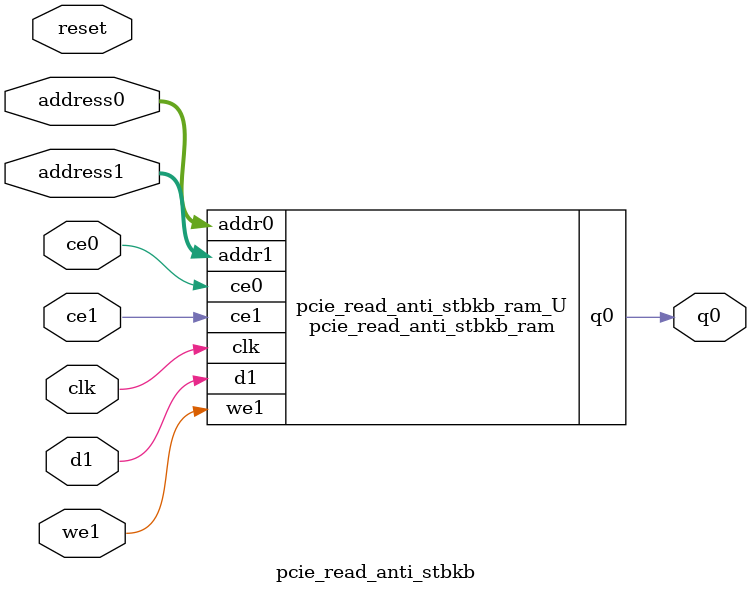
<source format=v>

`timescale 1 ns / 1 ps
module pcie_read_anti_stbkb_ram (addr0, ce0, q0, addr1, ce1, d1, we1,  clk);

parameter DWIDTH = 1;
parameter AWIDTH = 10;
parameter MEM_SIZE = 1024;

input[AWIDTH-1:0] addr0;
input ce0;
output reg[DWIDTH-1:0] q0;
input[AWIDTH-1:0] addr1;
input ce1;
input[DWIDTH-1:0] d1;
input we1;
input clk;

(* ram_style = "block" *)reg [DWIDTH-1:0] ram[0:MEM_SIZE-1];




always @(posedge clk)  
begin 
    if (ce0) 
    begin
            q0 <= ram[addr0];
    end
end


always @(posedge clk)  
begin 
    if (ce1) 
    begin
        if (we1) 
        begin 
            ram[addr1] <= d1; 
        end 
    end
end


endmodule


`timescale 1 ns / 1 ps
module pcie_read_anti_stbkb(
    reset,
    clk,
    address0,
    ce0,
    q0,
    address1,
    ce1,
    we1,
    d1);

parameter DataWidth = 32'd1;
parameter AddressRange = 32'd1024;
parameter AddressWidth = 32'd10;
input reset;
input clk;
input[AddressWidth - 1:0] address0;
input ce0;
output[DataWidth - 1:0] q0;
input[AddressWidth - 1:0] address1;
input ce1;
input we1;
input[DataWidth - 1:0] d1;



pcie_read_anti_stbkb_ram pcie_read_anti_stbkb_ram_U(
    .clk( clk ),
    .addr0( address0 ),
    .ce0( ce0 ),
    .q0( q0 ),
    .addr1( address1 ),
    .ce1( ce1 ),
    .d1( d1 ),
    .we1( we1 ));

endmodule


</source>
